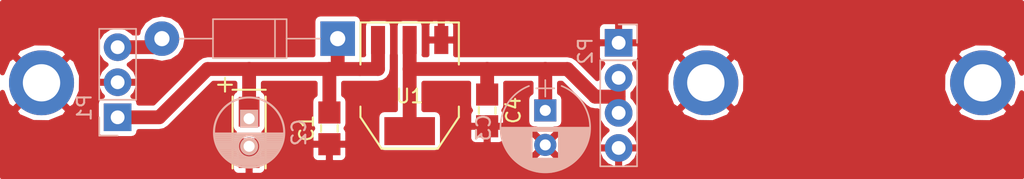
<source format=kicad_pcb>
(kicad_pcb (version 20171130) (host pcbnew no-vcs-found-a240f88~61~ubuntu14.04.1)

  (general
    (thickness 1.6)
    (drawings 0)
    (tracks 34)
    (zones 0)
    (modules 11)
    (nets 5)
  )

  (page A4)
  (layers
    (0 F.Cu signal)
    (31 B.Cu signal hide)
    (32 B.Adhes user hide)
    (33 F.Adhes user hide)
    (34 B.Paste user hide)
    (35 F.Paste user hide)
    (36 B.SilkS user hide)
    (37 F.SilkS user hide)
    (38 B.Mask user)
    (39 F.Mask user)
    (40 Dwgs.User user)
    (41 Cmts.User user)
    (42 Eco1.User user)
    (43 Eco2.User user)
    (44 Edge.Cuts user)
    (45 Margin user)
    (46 B.CrtYd user)
    (47 F.CrtYd user)
    (48 B.Fab user)
    (49 F.Fab user)
  )

  (setup
    (last_trace_width 0.4)
    (trace_clearance 0.2)
    (zone_clearance 0.35)
    (zone_45_only yes)
    (trace_min 0.2)
    (segment_width 0.2)
    (edge_width 0.1)
    (via_size 0.6)
    (via_drill 0.4)
    (via_min_size 0.4)
    (via_min_drill 0.3)
    (uvia_size 0.3)
    (uvia_drill 0.1)
    (uvias_allowed no)
    (uvia_min_size 0.2)
    (uvia_min_drill 0.1)
    (pcb_text_width 0.3)
    (pcb_text_size 1.5 1.5)
    (mod_edge_width 0.15)
    (mod_text_size 1 1)
    (mod_text_width 0.15)
    (pad_size 1.99898 1.99898)
    (pad_drill 1.00076)
    (pad_to_mask_clearance 0)
    (aux_axis_origin 38 44)
    (grid_origin 38 44)
    (visible_elements FFFFFF7F)
    (pcbplotparams
      (layerselection 0x00000_7fffffff)
      (usegerberextensions true)
      (usegerberattributes true)
      (usegerberadvancedattributes true)
      (creategerberjobfile true)
      (excludeedgelayer true)
      (linewidth 0.100000)
      (plotframeref false)
      (viasonmask false)
      (mode 1)
      (useauxorigin false)
      (hpglpennumber 1)
      (hpglpenspeed 20)
      (hpglpendiameter 15)
      (psnegative false)
      (psa4output false)
      (plotreference true)
      (plotvalue false)
      (plotinvisibletext false)
      (padsonsilk false)
      (subtractmaskfromsilk false)
      (outputformat 1)
      (mirror false)
      (drillshape 0)
      (scaleselection 1)
      (outputdirectory gerber/))
  )

  (net 0 "")
  (net 1 GND)
  (net 2 "Net-(C1-Pad1)")
  (net 3 "Net-(C3-Pad1)")
  (net 4 "Net-(D1-Pad2)")

  (net_class Default "This is the default net class."
    (clearance 0.2)
    (trace_width 0.4)
    (via_dia 0.6)
    (via_drill 0.4)
    (uvia_dia 0.3)
    (uvia_drill 0.1)
    (add_net GND)
    (add_net "Net-(C1-Pad1)")
    (add_net "Net-(C3-Pad1)")
    (add_net "Net-(D1-Pad2)")
  )

  (net_class 13.8 ""
    (clearance 0.2)
    (trace_width 1)
    (via_dia 0.6)
    (via_drill 0.4)
    (uvia_dia 0.3)
    (uvia_drill 0.1)
  )

  (module LCSDR:Universal_C_Radial_D5_L11_P2_tantal (layer B.Cu) (tedit 5A27AD2F) (tstamp 5A0EF05C)
    (at 20 -4.4 270)
    (descr "Radial Electrolytic Capacitor 5mm x Length 11mm, Pitch 2mm")
    (tags "Electrolytic Capacitor")
    (path /595E762C)
    (fp_text reference C2 (at 0 -3.6 90) (layer B.SilkS)
      (effects (font (size 1 1) (thickness 0.15)) (justify mirror))
    )
    (fp_text value "10uF 16v" (at 1 -3.8 270) (layer B.Fab) hide
      (effects (font (size 1 1) (thickness 0.15)) (justify mirror))
    )
    (fp_line (start -3.09626 1.19888) (end -3.09626 -1.19888) (layer F.SilkS) (width 0.15))
    (fp_text user + (at -3.46 1.84 270) (layer F.SilkS)
      (effects (font (size 1.3 1.3) (thickness 0.15)))
    )
    (fp_line (start 2.60096 -1.19888) (end -2.60096 -1.19888) (layer F.SilkS) (width 0.15))
    (fp_line (start 2.60096 1.19888) (end -2.60096 1.19888) (layer F.SilkS) (width 0.15))
    (fp_line (start 0.075 2.499) (end 0.075 -2.499) (layer B.SilkS) (width 0.15))
    (fp_line (start 0.215 2.491) (end 0.215 0.154) (layer B.SilkS) (width 0.15))
    (fp_line (start 0.215 -0.154) (end 0.215 -2.491) (layer B.SilkS) (width 0.15))
    (fp_line (start 0.355 2.475) (end 0.355 0.473) (layer B.SilkS) (width 0.15))
    (fp_line (start 0.355 -0.473) (end 0.355 -2.475) (layer B.SilkS) (width 0.15))
    (fp_line (start 0.495 2.451) (end 0.495 0.62) (layer B.SilkS) (width 0.15))
    (fp_line (start 0.495 -0.62) (end 0.495 -2.451) (layer B.SilkS) (width 0.15))
    (fp_line (start 0.635 2.418) (end 0.635 0.712) (layer B.SilkS) (width 0.15))
    (fp_line (start 0.635 -0.712) (end 0.635 -2.418) (layer B.SilkS) (width 0.15))
    (fp_line (start 0.775 2.377) (end 0.775 0.768) (layer B.SilkS) (width 0.15))
    (fp_line (start 0.775 -0.768) (end 0.775 -2.377) (layer B.SilkS) (width 0.15))
    (fp_line (start 0.915 2.327) (end 0.915 0.795) (layer B.SilkS) (width 0.15))
    (fp_line (start 0.915 -0.795) (end 0.915 -2.327) (layer B.SilkS) (width 0.15))
    (fp_line (start 1.055 2.266) (end 1.055 0.798) (layer B.SilkS) (width 0.15))
    (fp_line (start 1.055 -0.798) (end 1.055 -2.266) (layer B.SilkS) (width 0.15))
    (fp_line (start 1.195 2.196) (end 1.195 0.776) (layer B.SilkS) (width 0.15))
    (fp_line (start 1.195 -0.776) (end 1.195 -2.196) (layer B.SilkS) (width 0.15))
    (fp_line (start 1.335 2.114) (end 1.335 0.726) (layer B.SilkS) (width 0.15))
    (fp_line (start 1.335 -0.726) (end 1.335 -2.114) (layer B.SilkS) (width 0.15))
    (fp_line (start 1.475 2.019) (end 1.475 0.644) (layer B.SilkS) (width 0.15))
    (fp_line (start 1.475 -0.644) (end 1.475 -2.019) (layer B.SilkS) (width 0.15))
    (fp_line (start 1.615 1.908) (end 1.615 0.512) (layer B.SilkS) (width 0.15))
    (fp_line (start 1.615 -0.512) (end 1.615 -1.908) (layer B.SilkS) (width 0.15))
    (fp_line (start 1.755 1.78) (end 1.755 0.265) (layer B.SilkS) (width 0.15))
    (fp_line (start 1.755 -0.265) (end 1.755 -1.78) (layer B.SilkS) (width 0.15))
    (fp_line (start 1.895 1.631) (end 1.895 -1.631) (layer B.SilkS) (width 0.15))
    (fp_line (start 2.035 1.452) (end 2.035 -1.452) (layer B.SilkS) (width 0.15))
    (fp_line (start 2.175 1.233) (end 2.175 -1.233) (layer B.SilkS) (width 0.15))
    (fp_line (start 2.315 0.944) (end 2.315 -0.944) (layer B.SilkS) (width 0.15))
    (fp_line (start 2.455 0.472) (end 2.455 -0.472) (layer B.SilkS) (width 0.15))
    (fp_circle (center 1 0) (end 1 0.8) (layer B.SilkS) (width 0.15))
    (fp_circle (center 0 0) (end 0 2.5375) (layer B.SilkS) (width 0.15))
    (fp_circle (center 0 0) (end 0 2.8) (layer B.CrtYd) (width 0.05))
    (pad 1 thru_hole rect (at -1 0 270) (size 1.3 1.3) (drill 0.8) (layers *.Cu *.Mask B.SilkS)
      (net 2 "Net-(C1-Pad1)"))
    (pad 2 thru_hole circle (at 1 0 270) (size 1.3 1.3) (drill 0.8) (layers *.Cu *.Mask B.SilkS)
      (net 1 GND))
    (pad 1 smd rect (at -1.50114 0 270) (size 2.14884 1.50114) (layers F.Cu F.Paste F.Mask)
      (net 2 "Net-(C1-Pad1)"))
    (pad 2 smd rect (at 1.50114 0 270) (size 2.14884 1.50114) (layers F.Cu F.Paste F.Mask)
      (net 1 GND))
    (model Capacitors_ThroughHole.3dshapes/C_Radial_D5_L11_P2.wrl
      (offset (xyz -25.39999921115255 0 0))
      (scale (xyz 1 1 1))
      (rotate (xyz 0 0 0))
    )
  )

  (module Pin_Headers:Pin_Header_Straight_1x03_Pitch2.54mm (layer B.Cu) (tedit 5A2BD2E1) (tstamp 5A2869FD)
    (at 10.5 -5.5)
    (descr "Through hole straight pin header, 1x03, 2.54mm pitch, single row")
    (tags "Through hole pin header THT 1x03 2.54mm single row")
    (path /5A27BAF0)
    (fp_text reference P1 (at -2.4 -0.7 90) (layer B.SilkS)
      (effects (font (size 1 1) (thickness 0.15)) (justify mirror))
    )
    (fp_text value IN (at 0 -7.41) (layer B.Fab)
      (effects (font (size 1 1) (thickness 0.15)) (justify mirror))
    )
    (fp_text user %R (at 0 -2.54 -90) (layer B.Fab)
      (effects (font (size 1 1) (thickness 0.15)) (justify mirror))
    )
    (fp_line (start 1.8 1.8) (end -1.8 1.8) (layer B.CrtYd) (width 0.05))
    (fp_line (start 1.8 -6.85) (end 1.8 1.8) (layer B.CrtYd) (width 0.05))
    (fp_line (start -1.8 -6.85) (end 1.8 -6.85) (layer B.CrtYd) (width 0.05))
    (fp_line (start -1.8 1.8) (end -1.8 -6.85) (layer B.CrtYd) (width 0.05))
    (fp_line (start -1.33 1.33) (end 0 1.33) (layer B.SilkS) (width 0.12))
    (fp_line (start -1.33 0) (end -1.33 1.33) (layer B.SilkS) (width 0.12))
    (fp_line (start -1.33 -1.27) (end 1.33 -1.27) (layer B.SilkS) (width 0.12))
    (fp_line (start 1.33 -1.27) (end 1.33 -6.41) (layer B.SilkS) (width 0.12))
    (fp_line (start -1.33 -1.27) (end -1.33 -6.41) (layer B.SilkS) (width 0.12))
    (fp_line (start -1.33 -6.41) (end 1.33 -6.41) (layer B.SilkS) (width 0.12))
    (fp_line (start -1.27 0.635) (end -0.635 1.27) (layer B.Fab) (width 0.1))
    (fp_line (start -1.27 -6.35) (end -1.27 0.635) (layer B.Fab) (width 0.1))
    (fp_line (start 1.27 -6.35) (end -1.27 -6.35) (layer B.Fab) (width 0.1))
    (fp_line (start 1.27 1.27) (end 1.27 -6.35) (layer B.Fab) (width 0.1))
    (fp_line (start -0.635 1.27) (end 1.27 1.27) (layer B.Fab) (width 0.1))
    (pad 3 thru_hole oval (at 0 -5.08) (size 2 2) (drill 1) (layers *.Cu *.Mask)
      (net 4 "Net-(D1-Pad2)"))
    (pad 2 thru_hole oval (at 0 -2.54) (size 2 2) (drill 1) (layers *.Cu *.Mask)
      (net 1 GND))
    (pad 1 thru_hole rect (at 0 0) (size 2 2) (drill 1) (layers *.Cu *.Mask)
      (net 2 "Net-(C1-Pad1)"))
    (model ${KISYS3DMOD}/Pin_Headers.3dshapes/Pin_Header_Straight_1x03_Pitch2.54mm.wrl
      (at (xyz 0 0 0))
      (scale (xyz 1 1 1))
      (rotate (xyz 0 0 0))
    )
  )

  (module Diodes_ThroughHole:D_DO-41_SOD81_P12.70mm_Horizontal (layer B.Cu) (tedit 5A2BD2B7) (tstamp 5A23A3DD)
    (at 26.4 -11.2 180)
    (descr "D, DO-41_SOD81 series, Axial, Horizontal, pin pitch=12.7mm, , length*diameter=5.2*2.7mm^2, , http://www.diodes.com/_files/packages/DO-41%20(Plastic).pdf")
    (tags "D DO-41_SOD81 series Axial Horizontal pin pitch 12.7mm  length 5.2mm diameter 2.7mm")
    (path /5AAA0010)
    (fp_text reference D1 (at 6.35 2.41 180) (layer B.SilkS) hide
      (effects (font (size 1 1) (thickness 0.15)) (justify mirror))
    )
    (fp_text value D (at 6.35 -2.41 180) (layer B.Fab) hide
      (effects (font (size 1 1) (thickness 0.15)) (justify mirror))
    )
    (fp_line (start 14.05 1.7) (end -1.35 1.7) (layer B.CrtYd) (width 0.05))
    (fp_line (start 14.05 -1.7) (end 14.05 1.7) (layer B.CrtYd) (width 0.05))
    (fp_line (start -1.35 -1.7) (end 14.05 -1.7) (layer B.CrtYd) (width 0.05))
    (fp_line (start -1.35 1.7) (end -1.35 -1.7) (layer B.CrtYd) (width 0.05))
    (fp_line (start 4.53 1.41) (end 4.53 -1.41) (layer B.SilkS) (width 0.12))
    (fp_line (start 11.42 0) (end 9.01 0) (layer B.SilkS) (width 0.12))
    (fp_line (start 1.28 0) (end 3.69 0) (layer B.SilkS) (width 0.12))
    (fp_line (start 9.01 1.41) (end 3.69 1.41) (layer B.SilkS) (width 0.12))
    (fp_line (start 9.01 -1.41) (end 9.01 1.41) (layer B.SilkS) (width 0.12))
    (fp_line (start 3.69 -1.41) (end 9.01 -1.41) (layer B.SilkS) (width 0.12))
    (fp_line (start 3.69 1.41) (end 3.69 -1.41) (layer B.SilkS) (width 0.12))
    (fp_line (start 4.53 1.35) (end 4.53 -1.35) (layer B.Fab) (width 0.1))
    (fp_line (start 12.7 0) (end 8.95 0) (layer B.Fab) (width 0.1))
    (fp_line (start 0 0) (end 3.75 0) (layer B.Fab) (width 0.1))
    (fp_line (start 8.95 1.35) (end 3.75 1.35) (layer B.Fab) (width 0.1))
    (fp_line (start 8.95 -1.35) (end 8.95 1.35) (layer B.Fab) (width 0.1))
    (fp_line (start 3.75 -1.35) (end 8.95 -1.35) (layer B.Fab) (width 0.1))
    (fp_line (start 3.75 1.35) (end 3.75 -1.35) (layer B.Fab) (width 0.1))
    (fp_text user %R (at 6.1 0.1 180) (layer B.Fab) hide
      (effects (font (size 1 1) (thickness 0.15)) (justify mirror))
    )
    (pad 2 thru_hole oval (at 12.7 0 180) (size 2.5 2.5) (drill 1.1) (layers *.Cu *.Mask)
      (net 4 "Net-(D1-Pad2)"))
    (pad 1 thru_hole rect (at 0 0 180) (size 2.5 2.5) (drill 1.1) (layers *.Cu *.Mask)
      (net 2 "Net-(C1-Pad1)"))
    (model ${KISYS3DMOD}/Diodes_THT.3dshapes/D_DO-41_SOD81_P12.70mm_Horizontal.wrl
      (at (xyz 0 0 0))
      (scale (xyz 0.393701 0.393701 0.393701))
      (rotate (xyz 0 0 0))
    )
  )

  (module Pin_Headers:Pin_Header_Straight_1x04_Pitch2.54mm (layer B.Cu) (tedit 5A2BD27F) (tstamp 5A2832D7)
    (at 46.7 -10.9 180)
    (descr "Through hole straight pin header, 1x04, 2.54mm pitch, single row")
    (tags "Through hole pin header THT 1x04 2.54mm single row")
    (path /5A27AE8B)
    (fp_text reference P2 (at 2.4 -0.6 270) (layer B.SilkS)
      (effects (font (size 1 1) (thickness 0.15)) (justify mirror))
    )
    (fp_text value OUT (at 0 -9.95 180) (layer B.Fab) hide
      (effects (font (size 1 1) (thickness 0.15)) (justify mirror))
    )
    (fp_text user %R (at 0 -3.81 90) (layer B.Fab)
      (effects (font (size 1 1) (thickness 0.15)) (justify mirror))
    )
    (fp_line (start 1.8 1.8) (end -1.8 1.8) (layer B.CrtYd) (width 0.05))
    (fp_line (start 1.8 -9.4) (end 1.8 1.8) (layer B.CrtYd) (width 0.05))
    (fp_line (start -1.8 -9.4) (end 1.8 -9.4) (layer B.CrtYd) (width 0.05))
    (fp_line (start -1.8 1.8) (end -1.8 -9.4) (layer B.CrtYd) (width 0.05))
    (fp_line (start -1.33 1.33) (end 0 1.33) (layer B.SilkS) (width 0.12))
    (fp_line (start -1.33 0) (end -1.33 1.33) (layer B.SilkS) (width 0.12))
    (fp_line (start -1.33 -1.27) (end 1.33 -1.27) (layer B.SilkS) (width 0.12))
    (fp_line (start 1.33 -1.27) (end 1.33 -8.95) (layer B.SilkS) (width 0.12))
    (fp_line (start -1.33 -1.27) (end -1.33 -8.95) (layer B.SilkS) (width 0.12))
    (fp_line (start -1.33 -8.95) (end 1.33 -8.95) (layer B.SilkS) (width 0.12))
    (fp_line (start -1.27 0.635) (end -0.635 1.27) (layer B.Fab) (width 0.1))
    (fp_line (start -1.27 -8.89) (end -1.27 0.635) (layer B.Fab) (width 0.1))
    (fp_line (start 1.27 -8.89) (end -1.27 -8.89) (layer B.Fab) (width 0.1))
    (fp_line (start 1.27 1.27) (end 1.27 -8.89) (layer B.Fab) (width 0.1))
    (fp_line (start -0.635 1.27) (end 1.27 1.27) (layer B.Fab) (width 0.1))
    (pad 4 thru_hole oval (at 0 -7.62 180) (size 2 2) (drill 1) (layers *.Cu *.Mask)
      (net 1 GND))
    (pad 3 thru_hole oval (at 0 -5.08 180) (size 2 2) (drill 1) (layers *.Cu *.Mask)
      (net 3 "Net-(C3-Pad1)"))
    (pad 2 thru_hole oval (at 0 -2.54 180) (size 2 2) (drill 1) (layers *.Cu *.Mask)
      (net 3 "Net-(C3-Pad1)"))
    (pad 1 thru_hole rect (at 0 0 180) (size 2 2) (drill 1) (layers *.Cu *.Mask)
      (net 1 GND))
    (model ${KISYS3DMOD}/Pin_Headers.3dshapes/Pin_Header_Straight_1x04_Pitch2.54mm.wrl
      (at (xyz 0 0 0))
      (scale (xyz 1 1 1))
      (rotate (xyz 0 0 0))
    )
  )

  (module LCSDR:C_1206_0603 (layer F.Cu) (tedit 5A0EEEAE) (tstamp 5A0EF02F)
    (at 25.8 -4.7 270)
    (descr "Capacitor SMD 0603, reflow soldering, AVX (see smccp.pdf)")
    (tags "capacitor 0603")
    (path /598F817D)
    (attr smd)
    (fp_text reference C1 (at 0 1.65 270) (layer F.SilkS)
      (effects (font (size 1 1) (thickness 0.15)))
    )
    (fp_text value 100nF (at 0 1.9) (layer F.Fab) hide
      (effects (font (size 1 1) (thickness 0.15)))
    )
    (fp_line (start 0.25 0.6) (end -0.25 0.6) (layer F.SilkS) (width 0.15))
    (fp_line (start -0.25 -0.6) (end 0.25 -0.6) (layer F.SilkS) (width 0.15))
    (pad 1 smd rect (at -1.15 0 270) (size 1.6 1.6) (layers F.Cu F.Paste F.Mask)
      (net 2 "Net-(C1-Pad1)"))
    (pad 2 smd rect (at 1.15 0 270) (size 1.6 1.6) (layers F.Cu F.Paste F.Mask)
      (net 1 GND))
    (model Capacitors_SMD.3dshapes/C_0603.wrl
      (at (xyz 0 0 0))
      (scale (xyz 1 1 1))
      (rotate (xyz 0 0 0))
    )
  )

  (module Capacitors_ThroughHole:CP_Radial_D6.3mm_P2.50mm (layer B.Cu) (tedit 5A27AD54) (tstamp 5A0EF0F1)
    (at 41.4 -6 270)
    (descr "CP, Radial series, Radial, pin pitch=2.50mm, , diameter=6.3mm, Electrolytic Capacitor")
    (tags "CP Radial series Radial pin pitch 2.50mm  diameter 6.3mm Electrolytic Capacitor")
    (path /598F04F8)
    (fp_text reference C3 (at 1.25 4.46 270) (layer B.SilkS)
      (effects (font (size 1 1) (thickness 0.15)) (justify mirror))
    )
    (fp_text value 100uF (at 1.25 -4.46 270) (layer B.Fab) hide
      (effects (font (size 1 1) (thickness 0.15)) (justify mirror))
    )
    (fp_text user %R (at -3.1 0.1) (layer B.Fab) hide
      (effects (font (size 1 1) (thickness 0.15)) (justify mirror))
    )
    (fp_line (start 4.75 3.5) (end -2.25 3.5) (layer B.CrtYd) (width 0.05))
    (fp_line (start 4.75 -3.5) (end 4.75 3.5) (layer B.CrtYd) (width 0.05))
    (fp_line (start -2.25 -3.5) (end 4.75 -3.5) (layer B.CrtYd) (width 0.05))
    (fp_line (start -2.25 3.5) (end -2.25 -3.5) (layer B.CrtYd) (width 0.05))
    (fp_line (start -1.6 0.65) (end -1.6 -0.65) (layer B.SilkS) (width 0.12))
    (fp_line (start -2.2 0) (end -1 0) (layer B.SilkS) (width 0.12))
    (fp_line (start 4.451 0.468) (end 4.451 -0.468) (layer B.SilkS) (width 0.12))
    (fp_line (start 4.411 0.676) (end 4.411 -0.676) (layer B.SilkS) (width 0.12))
    (fp_line (start 4.371 0.834) (end 4.371 -0.834) (layer B.SilkS) (width 0.12))
    (fp_line (start 4.331 0.966) (end 4.331 -0.966) (layer B.SilkS) (width 0.12))
    (fp_line (start 4.291 1.081) (end 4.291 -1.081) (layer B.SilkS) (width 0.12))
    (fp_line (start 4.251 1.184) (end 4.251 -1.184) (layer B.SilkS) (width 0.12))
    (fp_line (start 4.211 1.278) (end 4.211 -1.278) (layer B.SilkS) (width 0.12))
    (fp_line (start 4.171 1.364) (end 4.171 -1.364) (layer B.SilkS) (width 0.12))
    (fp_line (start 4.131 1.445) (end 4.131 -1.445) (layer B.SilkS) (width 0.12))
    (fp_line (start 4.091 1.52) (end 4.091 -1.52) (layer B.SilkS) (width 0.12))
    (fp_line (start 4.051 1.591) (end 4.051 -1.591) (layer B.SilkS) (width 0.12))
    (fp_line (start 4.011 1.658) (end 4.011 -1.658) (layer B.SilkS) (width 0.12))
    (fp_line (start 3.971 1.721) (end 3.971 -1.721) (layer B.SilkS) (width 0.12))
    (fp_line (start 3.931 1.781) (end 3.931 -1.781) (layer B.SilkS) (width 0.12))
    (fp_line (start 3.891 1.839) (end 3.891 -1.839) (layer B.SilkS) (width 0.12))
    (fp_line (start 3.851 1.894) (end 3.851 -1.894) (layer B.SilkS) (width 0.12))
    (fp_line (start 3.811 1.946) (end 3.811 -1.946) (layer B.SilkS) (width 0.12))
    (fp_line (start 3.771 1.997) (end 3.771 -1.997) (layer B.SilkS) (width 0.12))
    (fp_line (start 3.731 2.045) (end 3.731 -2.045) (layer B.SilkS) (width 0.12))
    (fp_line (start 3.691 2.092) (end 3.691 -2.092) (layer B.SilkS) (width 0.12))
    (fp_line (start 3.651 2.137) (end 3.651 -2.137) (layer B.SilkS) (width 0.12))
    (fp_line (start 3.611 2.18) (end 3.611 -2.18) (layer B.SilkS) (width 0.12))
    (fp_line (start 3.571 2.222) (end 3.571 -2.222) (layer B.SilkS) (width 0.12))
    (fp_line (start 3.531 2.262) (end 3.531 -2.262) (layer B.SilkS) (width 0.12))
    (fp_line (start 3.491 2.301) (end 3.491 -2.301) (layer B.SilkS) (width 0.12))
    (fp_line (start 3.451 -0.98) (end 3.451 -2.339) (layer B.SilkS) (width 0.12))
    (fp_line (start 3.451 2.339) (end 3.451 0.98) (layer B.SilkS) (width 0.12))
    (fp_line (start 3.411 -0.98) (end 3.411 -2.375) (layer B.SilkS) (width 0.12))
    (fp_line (start 3.411 2.375) (end 3.411 0.98) (layer B.SilkS) (width 0.12))
    (fp_line (start 3.371 -0.98) (end 3.371 -2.411) (layer B.SilkS) (width 0.12))
    (fp_line (start 3.371 2.411) (end 3.371 0.98) (layer B.SilkS) (width 0.12))
    (fp_line (start 3.331 -0.98) (end 3.331 -2.445) (layer B.SilkS) (width 0.12))
    (fp_line (start 3.331 2.445) (end 3.331 0.98) (layer B.SilkS) (width 0.12))
    (fp_line (start 3.291 -0.98) (end 3.291 -2.478) (layer B.SilkS) (width 0.12))
    (fp_line (start 3.291 2.478) (end 3.291 0.98) (layer B.SilkS) (width 0.12))
    (fp_line (start 3.251 -0.98) (end 3.251 -2.51) (layer B.SilkS) (width 0.12))
    (fp_line (start 3.251 2.51) (end 3.251 0.98) (layer B.SilkS) (width 0.12))
    (fp_line (start 3.211 -0.98) (end 3.211 -2.54) (layer B.SilkS) (width 0.12))
    (fp_line (start 3.211 2.54) (end 3.211 0.98) (layer B.SilkS) (width 0.12))
    (fp_line (start 3.171 -0.98) (end 3.171 -2.57) (layer B.SilkS) (width 0.12))
    (fp_line (start 3.171 2.57) (end 3.171 0.98) (layer B.SilkS) (width 0.12))
    (fp_line (start 3.131 -0.98) (end 3.131 -2.599) (layer B.SilkS) (width 0.12))
    (fp_line (start 3.131 2.599) (end 3.131 0.98) (layer B.SilkS) (width 0.12))
    (fp_line (start 3.091 -0.98) (end 3.091 -2.627) (layer B.SilkS) (width 0.12))
    (fp_line (start 3.091 2.627) (end 3.091 0.98) (layer B.SilkS) (width 0.12))
    (fp_line (start 3.051 -0.98) (end 3.051 -2.654) (layer B.SilkS) (width 0.12))
    (fp_line (start 3.051 2.654) (end 3.051 0.98) (layer B.SilkS) (width 0.12))
    (fp_line (start 3.011 -0.98) (end 3.011 -2.681) (layer B.SilkS) (width 0.12))
    (fp_line (start 3.011 2.681) (end 3.011 0.98) (layer B.SilkS) (width 0.12))
    (fp_line (start 2.971 -0.98) (end 2.971 -2.706) (layer B.SilkS) (width 0.12))
    (fp_line (start 2.971 2.706) (end 2.971 0.98) (layer B.SilkS) (width 0.12))
    (fp_line (start 2.931 -0.98) (end 2.931 -2.731) (layer B.SilkS) (width 0.12))
    (fp_line (start 2.931 2.731) (end 2.931 0.98) (layer B.SilkS) (width 0.12))
    (fp_line (start 2.891 -0.98) (end 2.891 -2.755) (layer B.SilkS) (width 0.12))
    (fp_line (start 2.891 2.755) (end 2.891 0.98) (layer B.SilkS) (width 0.12))
    (fp_line (start 2.851 -0.98) (end 2.851 -2.778) (layer B.SilkS) (width 0.12))
    (fp_line (start 2.851 2.778) (end 2.851 0.98) (layer B.SilkS) (width 0.12))
    (fp_line (start 2.811 -0.98) (end 2.811 -2.8) (layer B.SilkS) (width 0.12))
    (fp_line (start 2.811 2.8) (end 2.811 0.98) (layer B.SilkS) (width 0.12))
    (fp_line (start 2.771 -0.98) (end 2.771 -2.822) (layer B.SilkS) (width 0.12))
    (fp_line (start 2.771 2.822) (end 2.771 0.98) (layer B.SilkS) (width 0.12))
    (fp_line (start 2.731 -0.98) (end 2.731 -2.843) (layer B.SilkS) (width 0.12))
    (fp_line (start 2.731 2.843) (end 2.731 0.98) (layer B.SilkS) (width 0.12))
    (fp_line (start 2.691 -0.98) (end 2.691 -2.863) (layer B.SilkS) (width 0.12))
    (fp_line (start 2.691 2.863) (end 2.691 0.98) (layer B.SilkS) (width 0.12))
    (fp_line (start 2.651 -0.98) (end 2.651 -2.882) (layer B.SilkS) (width 0.12))
    (fp_line (start 2.651 2.882) (end 2.651 0.98) (layer B.SilkS) (width 0.12))
    (fp_line (start 2.611 -0.98) (end 2.611 -2.901) (layer B.SilkS) (width 0.12))
    (fp_line (start 2.611 2.901) (end 2.611 0.98) (layer B.SilkS) (width 0.12))
    (fp_line (start 2.571 -0.98) (end 2.571 -2.919) (layer B.SilkS) (width 0.12))
    (fp_line (start 2.571 2.919) (end 2.571 0.98) (layer B.SilkS) (width 0.12))
    (fp_line (start 2.531 -0.98) (end 2.531 -2.937) (layer B.SilkS) (width 0.12))
    (fp_line (start 2.531 2.937) (end 2.531 0.98) (layer B.SilkS) (width 0.12))
    (fp_line (start 2.491 -0.98) (end 2.491 -2.954) (layer B.SilkS) (width 0.12))
    (fp_line (start 2.491 2.954) (end 2.491 0.98) (layer B.SilkS) (width 0.12))
    (fp_line (start 2.451 -0.98) (end 2.451 -2.97) (layer B.SilkS) (width 0.12))
    (fp_line (start 2.451 2.97) (end 2.451 0.98) (layer B.SilkS) (width 0.12))
    (fp_line (start 2.411 -0.98) (end 2.411 -2.986) (layer B.SilkS) (width 0.12))
    (fp_line (start 2.411 2.986) (end 2.411 0.98) (layer B.SilkS) (width 0.12))
    (fp_line (start 2.371 -0.98) (end 2.371 -3.001) (layer B.SilkS) (width 0.12))
    (fp_line (start 2.371 3.001) (end 2.371 0.98) (layer B.SilkS) (width 0.12))
    (fp_line (start 2.331 -0.98) (end 2.331 -3.015) (layer B.SilkS) (width 0.12))
    (fp_line (start 2.331 3.015) (end 2.331 0.98) (layer B.SilkS) (width 0.12))
    (fp_line (start 2.291 -0.98) (end 2.291 -3.029) (layer B.SilkS) (width 0.12))
    (fp_line (start 2.291 3.029) (end 2.291 0.98) (layer B.SilkS) (width 0.12))
    (fp_line (start 2.251 -0.98) (end 2.251 -3.042) (layer B.SilkS) (width 0.12))
    (fp_line (start 2.251 3.042) (end 2.251 0.98) (layer B.SilkS) (width 0.12))
    (fp_line (start 2.211 -0.98) (end 2.211 -3.055) (layer B.SilkS) (width 0.12))
    (fp_line (start 2.211 3.055) (end 2.211 0.98) (layer B.SilkS) (width 0.12))
    (fp_line (start 2.171 -0.98) (end 2.171 -3.067) (layer B.SilkS) (width 0.12))
    (fp_line (start 2.171 3.067) (end 2.171 0.98) (layer B.SilkS) (width 0.12))
    (fp_line (start 2.131 -0.98) (end 2.131 -3.079) (layer B.SilkS) (width 0.12))
    (fp_line (start 2.131 3.079) (end 2.131 0.98) (layer B.SilkS) (width 0.12))
    (fp_line (start 2.091 -0.98) (end 2.091 -3.09) (layer B.SilkS) (width 0.12))
    (fp_line (start 2.091 3.09) (end 2.091 0.98) (layer B.SilkS) (width 0.12))
    (fp_line (start 2.051 -0.98) (end 2.051 -3.1) (layer B.SilkS) (width 0.12))
    (fp_line (start 2.051 3.1) (end 2.051 0.98) (layer B.SilkS) (width 0.12))
    (fp_line (start 2.011 -0.98) (end 2.011 -3.11) (layer B.SilkS) (width 0.12))
    (fp_line (start 2.011 3.11) (end 2.011 0.98) (layer B.SilkS) (width 0.12))
    (fp_line (start 1.971 -0.98) (end 1.971 -3.119) (layer B.SilkS) (width 0.12))
    (fp_line (start 1.971 3.119) (end 1.971 0.98) (layer B.SilkS) (width 0.12))
    (fp_line (start 1.93 -0.98) (end 1.93 -3.128) (layer B.SilkS) (width 0.12))
    (fp_line (start 1.93 3.128) (end 1.93 0.98) (layer B.SilkS) (width 0.12))
    (fp_line (start 1.89 -0.98) (end 1.89 -3.137) (layer B.SilkS) (width 0.12))
    (fp_line (start 1.89 3.137) (end 1.89 0.98) (layer B.SilkS) (width 0.12))
    (fp_line (start 1.85 -0.98) (end 1.85 -3.144) (layer B.SilkS) (width 0.12))
    (fp_line (start 1.85 3.144) (end 1.85 0.98) (layer B.SilkS) (width 0.12))
    (fp_line (start 1.81 -0.98) (end 1.81 -3.152) (layer B.SilkS) (width 0.12))
    (fp_line (start 1.81 3.152) (end 1.81 0.98) (layer B.SilkS) (width 0.12))
    (fp_line (start 1.77 -0.98) (end 1.77 -3.158) (layer B.SilkS) (width 0.12))
    (fp_line (start 1.77 3.158) (end 1.77 0.98) (layer B.SilkS) (width 0.12))
    (fp_line (start 1.73 -0.98) (end 1.73 -3.165) (layer B.SilkS) (width 0.12))
    (fp_line (start 1.73 3.165) (end 1.73 0.98) (layer B.SilkS) (width 0.12))
    (fp_line (start 1.69 -0.98) (end 1.69 -3.17) (layer B.SilkS) (width 0.12))
    (fp_line (start 1.69 3.17) (end 1.69 0.98) (layer B.SilkS) (width 0.12))
    (fp_line (start 1.65 -0.98) (end 1.65 -3.176) (layer B.SilkS) (width 0.12))
    (fp_line (start 1.65 3.176) (end 1.65 0.98) (layer B.SilkS) (width 0.12))
    (fp_line (start 1.61 -0.98) (end 1.61 -3.18) (layer B.SilkS) (width 0.12))
    (fp_line (start 1.61 3.18) (end 1.61 0.98) (layer B.SilkS) (width 0.12))
    (fp_line (start 1.57 -0.98) (end 1.57 -3.185) (layer B.SilkS) (width 0.12))
    (fp_line (start 1.57 3.185) (end 1.57 0.98) (layer B.SilkS) (width 0.12))
    (fp_line (start 1.53 -0.98) (end 1.53 -3.188) (layer B.SilkS) (width 0.12))
    (fp_line (start 1.53 3.188) (end 1.53 0.98) (layer B.SilkS) (width 0.12))
    (fp_line (start 1.49 3.192) (end 1.49 -3.192) (layer B.SilkS) (width 0.12))
    (fp_line (start 1.45 3.194) (end 1.45 -3.194) (layer B.SilkS) (width 0.12))
    (fp_line (start 1.41 3.197) (end 1.41 -3.197) (layer B.SilkS) (width 0.12))
    (fp_line (start 1.37 3.198) (end 1.37 -3.198) (layer B.SilkS) (width 0.12))
    (fp_line (start 1.33 3.2) (end 1.33 -3.2) (layer B.SilkS) (width 0.12))
    (fp_line (start 1.29 3.2) (end 1.29 -3.2) (layer B.SilkS) (width 0.12))
    (fp_line (start 1.25 3.2) (end 1.25 -3.2) (layer B.SilkS) (width 0.12))
    (fp_line (start -1.6 0.65) (end -1.6 -0.65) (layer B.Fab) (width 0.1))
    (fp_line (start -2.2 0) (end -1 0) (layer B.Fab) (width 0.1))
    (fp_circle (center 1.25 0) (end 4.4 0) (layer B.Fab) (width 0.1))
    (fp_arc (start 1.25 0) (end 4.267482 1.18) (angle -42.7) (layer B.SilkS) (width 0.12))
    (fp_arc (start 1.25 0) (end -1.767482 -1.18) (angle 137.3) (layer B.SilkS) (width 0.12))
    (fp_arc (start 1.25 0) (end -1.767482 1.18) (angle -137.3) (layer B.SilkS) (width 0.12))
    (pad 2 thru_hole circle (at 2.5 0 270) (size 1.6 1.6) (drill 0.8) (layers *.Cu *.Mask)
      (net 1 GND))
    (pad 1 thru_hole rect (at 0 0 270) (size 1.6 1.6) (drill 0.8) (layers *.Cu *.Mask)
      (net 3 "Net-(C3-Pad1)"))
    (model ${KISYS3DMOD}/Capacitors_THT.3dshapes/CP_Radial_D6.3mm_P2.50mm.wrl
      (at (xyz 0 0 0))
      (scale (xyz 1 1 1))
      (rotate (xyz 0 0 0))
    )
  )

  (module LCSDR:C_1206_0603 (layer F.Cu) (tedit 5A0EF04F) (tstamp 5A0EF0F9)
    (at 37.2 -6 270)
    (descr "Capacitor SMD 0603, reflow soldering, AVX (see smccp.pdf)")
    (tags "capacitor 0603")
    (path /595456A8)
    (attr smd)
    (fp_text reference C4 (at 0 -1.9 270) (layer F.SilkS)
      (effects (font (size 1 1) (thickness 0.15)))
    )
    (fp_text value 100nF (at 0 1.9 270) (layer F.Fab) hide
      (effects (font (size 1 1) (thickness 0.15)))
    )
    (fp_line (start -0.25 -0.6) (end 0.25 -0.6) (layer F.SilkS) (width 0.15))
    (fp_line (start 0.25 0.6) (end -0.25 0.6) (layer F.SilkS) (width 0.15))
    (pad 2 smd rect (at 1.15 0 270) (size 1.6 1.6) (layers F.Cu F.Paste F.Mask)
      (net 1 GND))
    (pad 1 smd rect (at -1.15 0 270) (size 1.6 1.6) (layers F.Cu F.Paste F.Mask)
      (net 3 "Net-(C3-Pad1)"))
    (model Capacitors_SMD.3dshapes/C_0603.wrl
      (at (xyz 0 0 0))
      (scale (xyz 1 1 1))
      (rotate (xyz 0 0 0))
    )
  )

  (module LCSDR:SOT-223 (layer F.Cu) (tedit 5A0EEE46) (tstamp 5A0EF135)
    (at 31.6 -7.8 180)
    (descr "module CMS SOT223 4 pins")
    (tags "CMS SOT")
    (path /59909767)
    (attr smd)
    (fp_text reference U1 (at 0 -0.762 180) (layer F.SilkS)
      (effects (font (size 1 1) (thickness 0.15)))
    )
    (fp_text value AMS1117S33TR (at 0 0.762 180) (layer F.Fab) hide
      (effects (font (size 1 1) (thickness 0.15)))
    )
    (fp_line (start -3.556 1.524) (end -3.556 4.572) (layer F.SilkS) (width 0.15))
    (fp_line (start -3.556 4.572) (end 3.556 4.572) (layer F.SilkS) (width 0.15))
    (fp_line (start 3.556 4.572) (end 3.556 1.524) (layer F.SilkS) (width 0.15))
    (fp_line (start -3.556 -1.524) (end -3.556 -2.286) (layer F.SilkS) (width 0.15))
    (fp_line (start -3.556 -2.286) (end -2.032 -4.572) (layer F.SilkS) (width 0.15))
    (fp_line (start -2.032 -4.572) (end 2.032 -4.572) (layer F.SilkS) (width 0.15))
    (fp_line (start 2.032 -4.572) (end 3.556 -2.286) (layer F.SilkS) (width 0.15))
    (fp_line (start 3.556 -2.286) (end 3.556 -1.524) (layer F.SilkS) (width 0.15))
    (pad 4 smd rect (at 0 -3.302 180) (size 3.6576 2.032) (layers F.Cu F.Paste F.Mask)
      (net 3 "Net-(C3-Pad1)"))
    (pad 2 smd rect (at 0 3.302 180) (size 1.016 2.032) (layers F.Cu F.Paste F.Mask)
      (net 3 "Net-(C3-Pad1)"))
    (pad 3 smd rect (at 2.286 3.302 180) (size 1.016 2.032) (layers F.Cu F.Paste F.Mask)
      (net 2 "Net-(C1-Pad1)"))
    (pad 1 smd rect (at -2.286 3.302 180) (size 1.016 2.032) (layers F.Cu F.Paste F.Mask)
      (net 1 GND))
    (model TO_SOT_Packages_SMD.3dshapes/SOT-223.wrl
      (at (xyz 0 0 0))
      (scale (xyz 0.4 0.4 0.4))
      (rotate (xyz 0 0 0))
    )
  )

  (module Mounting_Holes:MountingHole_2.7mm_M2.5_DIN965_Pad (layer F.Cu) (tedit 5A27ACCC) (tstamp 5A239620)
    (at 5 -8)
    (descr "Mounting Hole 2.7mm, M2.5, DIN965")
    (tags "mounting hole 2.7mm m2.5 din965")
    (path /5AA9F728)
    (attr virtual)
    (fp_text reference P5 (at 0 -3.35) (layer F.SilkS) hide
      (effects (font (size 1 1) (thickness 0.15)))
    )
    (fp_text value CONN_01X01 (at 0 3.35) (layer F.Fab) hide
      (effects (font (size 1 1) (thickness 0.15)))
    )
    (fp_text user %R (at 0.3 0) (layer F.Fab) hide
      (effects (font (size 1 1) (thickness 0.15)))
    )
    (fp_circle (center 0 0) (end 2.35 0) (layer Cmts.User) (width 0.15))
    (fp_circle (center 0 0) (end 2.6 0) (layer F.CrtYd) (width 0.05))
    (pad 1 thru_hole circle (at 0 0) (size 4.7 4.7) (drill 2.7) (layers *.Cu *.Mask)
      (net 1 GND))
  )

  (module Mounting_Holes:MountingHole_2.7mm_M2.5_DIN965_Pad (layer F.Cu) (tedit 5A239524) (tstamp 5A239628)
    (at 53 -8)
    (descr "Mounting Hole 2.7mm, M2.5, DIN965")
    (tags "mounting hole 2.7mm m2.5 din965")
    (path /5AA9F4A9)
    (attr virtual)
    (fp_text reference P6 (at 0 -3.35) (layer F.SilkS) hide
      (effects (font (size 1 1) (thickness 0.15)))
    )
    (fp_text value CONN_01X01 (at 0 3.35) (layer F.Fab) hide
      (effects (font (size 1 1) (thickness 0.15)))
    )
    (fp_circle (center 0 0) (end 2.6 0) (layer F.CrtYd) (width 0.05))
    (fp_circle (center 0 0) (end 2.35 0) (layer Cmts.User) (width 0.15))
    (fp_text user %R (at 0.3 0 90) (layer F.Fab) hide
      (effects (font (size 1 1) (thickness 0.15)))
    )
    (pad 1 thru_hole circle (at 0 0) (size 4.7 4.7) (drill 2.7) (layers *.Cu *.Mask)
      (net 1 GND))
  )

  (module Mounting_Holes:MountingHole_2.7mm_M2.5_DIN965_Pad (layer F.Cu) (tedit 5A27A840) (tstamp 5A27A7D1)
    (at 73 -8)
    (descr "Mounting Hole 2.7mm, M2.5, DIN965")
    (tags "mounting hole 2.7mm m2.5 din965")
    (path /5A27AB24)
    (attr virtual)
    (fp_text reference P7 (at 0 -3.35) (layer F.SilkS) hide
      (effects (font (size 1 1) (thickness 0.15)))
    )
    (fp_text value CONN_01X01 (at 0 3.35) (layer F.Fab) hide
      (effects (font (size 1 1) (thickness 0.15)))
    )
    (fp_circle (center 0 0) (end 2.6 0) (layer F.CrtYd) (width 0.05))
    (fp_circle (center 0 0) (end 2.35 0) (layer Cmts.User) (width 0.15))
    (fp_text user %R (at 0.3 0) (layer F.Fab) hide
      (effects (font (size 1 1) (thickness 0.15)))
    )
    (pad 1 thru_hole circle (at 0 0) (size 4.7 4.7) (drill 2.7) (layers *.Cu *.Mask)
      (net 1 GND))
  )

  (segment (start 20 -3.4) (end 22.4 -3.4) (width 0.4) (layer F.Cu) (net 1) (status 400000))
  (segment (start 22.55 -3.55) (end 25.8 -3.55) (width 0.4) (layer F.Cu) (net 1) (tstamp 5A2BD90F) (status 800000))
  (segment (start 22.4 -3.4) (end 22.55 -3.55) (width 0.4) (layer F.Cu) (net 1) (tstamp 5A2BD90B))
  (segment (start 20 -3.4) (end 8.6 -3.4) (width 0.4) (layer F.Cu) (net 1) (status 400000))
  (segment (start 9.04 -8.04) (end 10.5 -8.04) (width 0.4) (layer F.Cu) (net 1) (tstamp 5A28CA28) (status 800000))
  (segment (start 8 -7) (end 9.04 -8.04) (width 0.4) (layer F.Cu) (net 1) (tstamp 5A28CA27))
  (segment (start 8 -4) (end 8 -7) (width 0.4) (layer F.Cu) (net 1) (tstamp 5A28CA26))
  (segment (start 8.6 -3.4) (end 8 -4) (width 0.4) (layer F.Cu) (net 1) (tstamp 5A28CA25))
  (segment (start 20.15 -3.55) (end 20 -3.4) (width 0.4) (layer F.Cu) (net 1) (tstamp 5A28CA22) (status C00000))
  (segment (start 10.5 -5.5) (end 13.5 -5.5) (width 1) (layer F.Cu) (net 2) (status 400000))
  (segment (start 17 -9) (end 20 -9) (width 1) (layer F.Cu) (net 2) (tstamp 5A28C9FE))
  (segment (start 13.5 -5.5) (end 17 -9) (width 1) (layer F.Cu) (net 2) (tstamp 5A28C9FD))
  (segment (start 26.4 -11.2) (end 26.4 -9) (width 1) (layer F.Cu) (net 2) (status 400000))
  (segment (start 28 -9) (end 29.314 -9) (width 1) (layer F.Cu) (net 2))
  (segment (start 20 -5.4) (end 20 -9) (width 1) (layer F.Cu) (net 2) (status 400000))
  (segment (start 25.8 -5.85) (end 25.8 -9) (width 1) (layer F.Cu) (net 2) (status 400000))
  (segment (start 29.314 -11.102) (end 29.314 -9) (width 1) (layer F.Cu) (net 2) (status 400000))
  (segment (start 28 -9) (end 26.4 -9) (width 1) (layer F.Cu) (net 2) (tstamp 5A28C3B4))
  (segment (start 26.4 -9) (end 25.8 -9) (width 1) (layer F.Cu) (net 2) (tstamp 5A28C3BC))
  (segment (start 25.8 -9) (end 20 -9) (width 1) (layer F.Cu) (net 2) (tstamp 5A28C3AE))
  (segment (start 37.2 -7.15) (end 37.2 -9) (width 1) (layer F.Cu) (net 3) (status 400000))
  (segment (start 41.4 -6) (end 41.4 -9) (width 1) (layer F.Cu) (net 3) (status 400000))
  (segment (start 45 -7) (end 46.7 -7) (width 1) (layer F.Cu) (net 3))
  (segment (start 46.7 -8.36) (end 46.7 -7) (width 1) (layer F.Cu) (net 3) (status 400000))
  (segment (start 46.7 -7) (end 46.7 -5.82) (width 1) (layer F.Cu) (net 3) (tstamp 5A28C396) (status 800000))
  (segment (start 31.6 -9) (end 37.2 -9) (width 1) (layer F.Cu) (net 3))
  (segment (start 37.2 -9) (end 41.4 -9) (width 1) (layer F.Cu) (net 3) (tstamp 5A28C39E))
  (segment (start 41.4 -9) (end 43 -9) (width 1) (layer F.Cu) (net 3) (tstamp 5A28C39A))
  (segment (start 45 -7) (end 46 -7) (width 1) (layer F.Cu) (net 3) (tstamp 5A28C38F))
  (segment (start 43 -9) (end 45 -7) (width 1) (layer F.Cu) (net 3) (tstamp 5A28C38E))
  (segment (start 31.6 -11.102) (end 31.6 -9) (width 1) (layer F.Cu) (net 3) (status 400000))
  (segment (start 31.6 -9) (end 31.6 -4.498) (width 1) (layer F.Cu) (net 3) (tstamp 5A28C38C) (status 800000))
  (segment (start 10.5 -10.58) (end 13.08 -10.58) (width 1) (layer F.Cu) (net 4) (status C00000))
  (segment (start 13.08 -10.58) (end 13.7 -11.2) (width 1) (layer F.Cu) (net 4) (tstamp 5A28C9F9) (status C00000))

  (zone (net 1) (net_name GND) (layer F.Cu) (tstamp 5A2BD419) (hatch edge 0.508)
    (connect_pads (clearance 0.35))
    (min_thickness 0.354)
    (fill yes (arc_segments 16) (thermal_gap 0.35) (thermal_bridge_width 0.508))
    (polygon
      (pts
        (xy 76 -14) (xy 76 -1) (xy 2 -1) (xy 2 -14)
      )
    )
    (filled_polygon
      (pts
        (xy 75.823 -8.68815) (xy 75.460009 -9.597803) (xy 75.417583 -9.661299) (xy 75.034739 -9.925845) (xy 73.108894 -8)
        (xy 75.034739 -6.074155) (xy 75.417583 -6.338701) (xy 75.823 -7.282526) (xy 75.823 -1.177) (xy 2.177 -1.177)
        (xy 2.177 -5.965261) (xy 3.074155 -5.965261) (xy 3.338701 -5.582417) (xy 4.390328 -5.130694) (xy 5.534773 -5.115796)
        (xy 6.597803 -5.539991) (xy 6.661299 -5.582417) (xy 6.925845 -5.965261) (xy 5 -7.891106) (xy 3.074155 -5.965261)
        (xy 2.177 -5.965261) (xy 2.177 -7.31185) (xy 2.539991 -6.402197) (xy 2.582417 -6.338701) (xy 2.965261 -6.074155)
        (xy 4.891106 -8) (xy 5.108894 -8) (xy 7.034739 -6.074155) (xy 7.417583 -6.338701) (xy 7.486868 -6.5)
        (xy 8.962676 -6.5) (xy 8.962676 -4.5) (xy 9.003577 -4.294375) (xy 9.120055 -4.120055) (xy 9.294375 -4.003577)
        (xy 9.5 -3.962676) (xy 11.5 -3.962676) (xy 11.705625 -4.003577) (xy 11.879945 -4.120055) (xy 11.996423 -4.294375)
        (xy 12.031953 -4.473) (xy 13.5 -4.473) (xy 13.893016 -4.551176) (xy 14.226199 -4.773801) (xy 17.425397 -7.973)
        (xy 18.973 -7.973) (xy 18.973 -7.424672) (xy 18.869485 -7.355505) (xy 18.753007 -7.181185) (xy 18.712106 -6.97556)
        (xy 18.712106 -4.82672) (xy 18.753007 -4.621095) (xy 18.869485 -4.446775) (xy 18.934316 -4.403456) (xy 18.802661 -4.271802)
        (xy 18.72243 -4.078107) (xy 18.72243 -3.10761) (xy 18.85418 -2.97586) (xy 18.895786 -2.97586) (xy 18.959575 -2.82186)
        (xy 18.85418 -2.82186) (xy 18.72243 -2.69011) (xy 18.72243 -1.719613) (xy 18.802661 -1.525918) (xy 18.950909 -1.377671)
        (xy 19.144603 -1.29744) (xy 19.79125 -1.29744) (xy 19.923 -1.42919) (xy 19.923 -2.220714) (xy 20.077 -2.224555)
        (xy 20.077 -1.42919) (xy 20.20875 -1.29744) (xy 20.855397 -1.29744) (xy 21.049091 -1.377671) (xy 21.197339 -1.525918)
        (xy 21.27757 -1.719613) (xy 21.27757 -2.69011) (xy 21.14582 -2.82186) (xy 21.038589 -2.82186) (xy 21.097923 -2.97586)
        (xy 21.14582 -2.97586) (xy 21.27757 -3.10761) (xy 21.27757 -3.34125) (xy 24.473 -3.34125) (xy 24.473 -2.645173)
        (xy 24.553231 -2.451478) (xy 24.701479 -2.303231) (xy 24.895173 -2.223) (xy 25.59125 -2.223) (xy 25.723 -2.35475)
        (xy 25.723 -3.473) (xy 25.877 -3.473) (xy 25.877 -2.35475) (xy 26.00875 -2.223) (xy 26.704827 -2.223)
        (xy 26.898521 -2.303231) (xy 27.046769 -2.451478) (xy 27.101544 -2.583719) (xy 40.592613 -2.583719) (xy 40.668311 -2.361917)
        (xy 41.159533 -2.168543) (xy 41.687364 -2.177872) (xy 42.131689 -2.361917) (xy 42.207387 -2.583719) (xy 41.4 -3.391106)
        (xy 40.592613 -2.583719) (xy 27.101544 -2.583719) (xy 27.127 -2.645173) (xy 27.127 -3.34125) (xy 26.99525 -3.473)
        (xy 25.877 -3.473) (xy 25.723 -3.473) (xy 24.60475 -3.473) (xy 24.473 -3.34125) (xy 21.27757 -3.34125)
        (xy 21.27757 -4.078107) (xy 21.197339 -4.271802) (xy 21.065684 -4.403456) (xy 21.130515 -4.446775) (xy 21.246993 -4.621095)
        (xy 21.287894 -4.82672) (xy 21.287894 -6.97556) (xy 21.246993 -7.181185) (xy 21.130515 -7.355505) (xy 21.027 -7.424672)
        (xy 21.027 -7.973) (xy 24.773 -7.973) (xy 24.773 -7.132141) (xy 24.620055 -7.029945) (xy 24.503577 -6.855625)
        (xy 24.462676 -6.65) (xy 24.462676 -5.05) (xy 24.503577 -4.844375) (xy 24.601914 -4.697205) (xy 24.553231 -4.648522)
        (xy 24.473 -4.454827) (xy 24.473 -3.75875) (xy 24.60475 -3.627) (xy 25.723 -3.627) (xy 25.723 -3.647)
        (xy 25.877 -3.647) (xy 25.877 -3.627) (xy 26.99525 -3.627) (xy 27.127 -3.75875) (xy 27.127 -4.454827)
        (xy 27.046769 -4.648522) (xy 26.998086 -4.697205) (xy 27.096423 -4.844375) (xy 27.137324 -5.05) (xy 27.137324 -5.514)
        (xy 29.233876 -5.514) (xy 29.233876 -3.482) (xy 29.274777 -3.276375) (xy 29.391255 -3.102055) (xy 29.565575 -2.985577)
        (xy 29.7712 -2.944676) (xy 33.4288 -2.944676) (xy 33.634425 -2.985577) (xy 33.808745 -3.102055) (xy 33.925223 -3.276375)
        (xy 33.966124 -3.482) (xy 33.966124 -4.64125) (xy 35.873 -4.64125) (xy 35.873 -3.945173) (xy 35.953231 -3.751478)
        (xy 36.101479 -3.603231) (xy 36.295173 -3.523) (xy 36.99125 -3.523) (xy 37.123 -3.65475) (xy 37.123 -4.773)
        (xy 37.277 -4.773) (xy 37.277 -3.65475) (xy 37.40875 -3.523) (xy 38.104827 -3.523) (xy 38.298521 -3.603231)
        (xy 38.435757 -3.740467) (xy 40.068543 -3.740467) (xy 40.077872 -3.212636) (xy 40.261917 -2.768311) (xy 40.483719 -2.692613)
        (xy 41.291106 -3.5) (xy 41.508894 -3.5) (xy 42.316281 -2.692613) (xy 42.538083 -2.768311) (xy 42.615659 -2.965377)
        (xy 45.205764 -2.965377) (xy 45.420939 -2.445885) (xy 45.837504 -2.019903) (xy 46.385376 -1.785759) (xy 46.623 -1.886687)
        (xy 46.623 -3.203) (xy 46.777 -3.203) (xy 46.777 -1.886687) (xy 47.014624 -1.785759) (xy 47.562496 -2.019903)
        (xy 47.979061 -2.445885) (xy 48.194236 -2.965377) (xy 48.093124 -3.203) (xy 46.777 -3.203) (xy 46.623 -3.203)
        (xy 45.306876 -3.203) (xy 45.205764 -2.965377) (xy 42.615659 -2.965377) (xy 42.731457 -3.259533) (xy 42.722128 -3.787364)
        (xy 42.538083 -4.231689) (xy 42.316281 -4.307387) (xy 41.508894 -3.5) (xy 41.291106 -3.5) (xy 40.483719 -4.307387)
        (xy 40.261917 -4.231689) (xy 40.068543 -3.740467) (xy 38.435757 -3.740467) (xy 38.446769 -3.751478) (xy 38.527 -3.945173)
        (xy 38.527 -4.64125) (xy 38.39525 -4.773) (xy 37.277 -4.773) (xy 37.123 -4.773) (xy 36.00475 -4.773)
        (xy 35.873 -4.64125) (xy 33.966124 -4.64125) (xy 33.966124 -5.514) (xy 33.925223 -5.719625) (xy 33.808745 -5.893945)
        (xy 33.634425 -6.010423) (xy 33.4288 -6.051324) (xy 32.627 -6.051324) (xy 32.627 -7.973) (xy 35.867251 -7.973)
        (xy 35.862676 -7.95) (xy 35.862676 -6.35) (xy 35.903577 -6.144375) (xy 36.001914 -5.997205) (xy 35.953231 -5.948522)
        (xy 35.873 -5.754827) (xy 35.873 -5.05875) (xy 36.00475 -4.927) (xy 37.123 -4.927) (xy 37.123 -4.947)
        (xy 37.277 -4.947) (xy 37.277 -4.927) (xy 38.39525 -4.927) (xy 38.527 -5.05875) (xy 38.527 -5.754827)
        (xy 38.446769 -5.948522) (xy 38.398086 -5.997205) (xy 38.496423 -6.144375) (xy 38.537324 -6.35) (xy 38.537324 -7.95)
        (xy 38.532749 -7.973) (xy 40.373 -7.973) (xy 40.373 -7.282141) (xy 40.220055 -7.179945) (xy 40.103577 -7.005625)
        (xy 40.062676 -6.8) (xy 40.062676 -5.2) (xy 40.103577 -4.994375) (xy 40.220055 -4.820055) (xy 40.394375 -4.703577)
        (xy 40.6 -4.662676) (xy 40.727684 -4.662676) (xy 40.668311 -4.638083) (xy 40.592613 -4.416281) (xy 41.4 -3.608894)
        (xy 42.207387 -4.416281) (xy 42.131689 -4.638083) (xy 42.069216 -4.662676) (xy 42.2 -4.662676) (xy 42.405625 -4.703577)
        (xy 42.579945 -4.820055) (xy 42.696423 -4.994375) (xy 42.737324 -5.2) (xy 42.737324 -6.8) (xy 42.696423 -7.005625)
        (xy 42.579945 -7.179945) (xy 42.427 -7.282141) (xy 42.427 -7.973) (xy 42.574602 -7.973) (xy 44.273801 -6.273801)
        (xy 44.606984 -6.051176) (xy 45 -5.973) (xy 45.173518 -5.973) (xy 45.143084 -5.82) (xy 45.25932 -5.235642)
        (xy 45.590332 -4.740248) (xy 45.869448 -4.553749) (xy 45.837504 -4.540097) (xy 45.420939 -4.114115) (xy 45.205764 -3.594623)
        (xy 45.306876 -3.357) (xy 46.623 -3.357) (xy 46.623 -3.377) (xy 46.777 -3.377) (xy 46.777 -3.357)
        (xy 48.093124 -3.357) (xy 48.194236 -3.594623) (xy 47.979061 -4.114115) (xy 47.562496 -4.540097) (xy 47.530552 -4.553749)
        (xy 47.809668 -4.740248) (xy 48.14068 -5.235642) (xy 48.256916 -5.82) (xy 48.228022 -5.965261) (xy 51.074155 -5.965261)
        (xy 51.338701 -5.582417) (xy 52.390328 -5.130694) (xy 53.534773 -5.115796) (xy 54.597803 -5.539991) (xy 54.661299 -5.582417)
        (xy 54.925845 -5.965261) (xy 71.074155 -5.965261) (xy 71.338701 -5.582417) (xy 72.390328 -5.130694) (xy 73.534773 -5.115796)
        (xy 74.597803 -5.539991) (xy 74.661299 -5.582417) (xy 74.925845 -5.965261) (xy 73 -7.891106) (xy 71.074155 -5.965261)
        (xy 54.925845 -5.965261) (xy 53 -7.891106) (xy 51.074155 -5.965261) (xy 48.228022 -5.965261) (xy 48.14068 -6.404358)
        (xy 47.809668 -6.899752) (xy 47.727 -6.954989) (xy 47.727 -7.225011) (xy 47.809668 -7.280248) (xy 47.933267 -7.465227)
        (xy 50.115796 -7.465227) (xy 50.539991 -6.402197) (xy 50.582417 -6.338701) (xy 50.965261 -6.074155) (xy 52.891106 -8)
        (xy 53.108894 -8) (xy 55.034739 -6.074155) (xy 55.417583 -6.338701) (xy 55.869306 -7.390328) (xy 55.870281 -7.465227)
        (xy 70.115796 -7.465227) (xy 70.539991 -6.402197) (xy 70.582417 -6.338701) (xy 70.965261 -6.074155) (xy 72.891106 -8)
        (xy 70.965261 -9.925845) (xy 70.582417 -9.661299) (xy 70.130694 -8.609672) (xy 70.115796 -7.465227) (xy 55.870281 -7.465227)
        (xy 55.884204 -8.534773) (xy 55.460009 -9.597803) (xy 55.417583 -9.661299) (xy 55.034739 -9.925845) (xy 53.108894 -8)
        (xy 52.891106 -8) (xy 50.965261 -9.925845) (xy 50.582417 -9.661299) (xy 50.130694 -8.609672) (xy 50.115796 -7.465227)
        (xy 47.933267 -7.465227) (xy 48.14068 -7.775642) (xy 48.256916 -8.36) (xy 48.14068 -8.944358) (xy 47.843552 -9.389041)
        (xy 47.998522 -9.453231) (xy 48.146769 -9.601479) (xy 48.227 -9.795173) (xy 48.227 -10.034739) (xy 51.074155 -10.034739)
        (xy 53 -8.108894) (xy 54.925845 -10.034739) (xy 71.074155 -10.034739) (xy 73 -8.108894) (xy 74.925845 -10.034739)
        (xy 74.661299 -10.417583) (xy 73.609672 -10.869306) (xy 72.465227 -10.884204) (xy 71.402197 -10.460009) (xy 71.338701 -10.417583)
        (xy 71.074155 -10.034739) (xy 54.925845 -10.034739) (xy 54.661299 -10.417583) (xy 53.609672 -10.869306) (xy 52.465227 -10.884204)
        (xy 51.402197 -10.460009) (xy 51.338701 -10.417583) (xy 51.074155 -10.034739) (xy 48.227 -10.034739) (xy 48.227 -10.69125)
        (xy 48.09525 -10.823) (xy 46.777 -10.823) (xy 46.777 -10.803) (xy 46.623 -10.803) (xy 46.623 -10.823)
        (xy 45.30475 -10.823) (xy 45.173 -10.69125) (xy 45.173 -9.795173) (xy 45.253231 -9.601479) (xy 45.401478 -9.453231)
        (xy 45.556448 -9.389041) (xy 45.25932 -8.944358) (xy 45.143084 -8.36) (xy 45.155669 -8.296729) (xy 43.726199 -9.726199)
        (xy 43.393016 -9.948824) (xy 43 -10.027) (xy 34.921 -10.027) (xy 34.921 -10.89325) (xy 34.78925 -11.025)
        (xy 33.963 -11.025) (xy 33.963 -11.005) (xy 33.809 -11.005) (xy 33.809 -11.025) (xy 32.98275 -11.025)
        (xy 32.851 -10.89325) (xy 32.851 -10.027) (xy 32.633588 -10.027) (xy 32.645324 -10.086) (xy 32.645324 -12.118)
        (xy 32.624473 -12.222827) (xy 32.851 -12.222827) (xy 32.851 -11.31075) (xy 32.98275 -11.179) (xy 33.809 -11.179)
        (xy 33.809 -12.51325) (xy 33.963 -12.51325) (xy 33.963 -11.179) (xy 34.78925 -11.179) (xy 34.921 -11.31075)
        (xy 34.921 -12.004827) (xy 45.173 -12.004827) (xy 45.173 -11.10875) (xy 45.30475 -10.977) (xy 46.623 -10.977)
        (xy 46.623 -12.29525) (xy 46.777 -12.29525) (xy 46.777 -10.977) (xy 48.09525 -10.977) (xy 48.227 -11.10875)
        (xy 48.227 -12.004827) (xy 48.146769 -12.198521) (xy 47.998522 -12.346769) (xy 47.804827 -12.427) (xy 46.90875 -12.427)
        (xy 46.777 -12.29525) (xy 46.623 -12.29525) (xy 46.49125 -12.427) (xy 45.595173 -12.427) (xy 45.401478 -12.346769)
        (xy 45.253231 -12.198521) (xy 45.173 -12.004827) (xy 34.921 -12.004827) (xy 34.921 -12.222827) (xy 34.840769 -12.416521)
        (xy 34.692522 -12.564769) (xy 34.498827 -12.645) (xy 34.09475 -12.645) (xy 33.963 -12.51325) (xy 33.809 -12.51325)
        (xy 33.67725 -12.645) (xy 33.273173 -12.645) (xy 33.079478 -12.564769) (xy 32.931231 -12.416521) (xy 32.851 -12.222827)
        (xy 32.624473 -12.222827) (xy 32.604423 -12.323625) (xy 32.487945 -12.497945) (xy 32.313625 -12.614423) (xy 32.108 -12.655324)
        (xy 31.092 -12.655324) (xy 30.886375 -12.614423) (xy 30.712055 -12.497945) (xy 30.595577 -12.323625) (xy 30.554676 -12.118)
        (xy 30.554676 -10.086) (xy 30.573 -9.993878) (xy 30.573 -6.051324) (xy 29.7712 -6.051324) (xy 29.565575 -6.010423)
        (xy 29.391255 -5.893945) (xy 29.274777 -5.719625) (xy 29.233876 -5.514) (xy 27.137324 -5.514) (xy 27.137324 -6.65)
        (xy 27.096423 -6.855625) (xy 26.979945 -7.029945) (xy 26.827 -7.132141) (xy 26.827 -7.973) (xy 29.314 -7.973)
        (xy 29.707016 -8.051176) (xy 30.040199 -8.273801) (xy 30.262824 -8.606984) (xy 30.341 -9) (xy 30.341 -9.993878)
        (xy 30.359324 -10.086) (xy 30.359324 -12.118) (xy 30.318423 -12.323625) (xy 30.201945 -12.497945) (xy 30.027625 -12.614423)
        (xy 29.822 -12.655324) (xy 28.806 -12.655324) (xy 28.600375 -12.614423) (xy 28.426055 -12.497945) (xy 28.309577 -12.323625)
        (xy 28.268676 -12.118) (xy 28.268676 -10.086) (xy 28.280412 -10.027) (xy 28.187324 -10.027) (xy 28.187324 -12.45)
        (xy 28.146423 -12.655625) (xy 28.029945 -12.829945) (xy 27.855625 -12.946423) (xy 27.65 -12.987324) (xy 25.15 -12.987324)
        (xy 24.944375 -12.946423) (xy 24.770055 -12.829945) (xy 24.653577 -12.655625) (xy 24.612676 -12.45) (xy 24.612676 -10.027)
        (xy 17 -10.027) (xy 16.606984 -9.948824) (xy 16.273801 -9.726199) (xy 16.273799 -9.726196) (xy 13.074602 -6.527)
        (xy 12.031953 -6.527) (xy 11.996423 -6.705625) (xy 11.879945 -6.879945) (xy 11.705625 -6.996423) (xy 11.595626 -7.018303)
        (xy 11.779061 -7.205885) (xy 11.994236 -7.725377) (xy 11.893124 -7.963) (xy 10.577 -7.963) (xy 10.577 -7.943)
        (xy 10.423 -7.943) (xy 10.423 -7.963) (xy 9.106876 -7.963) (xy 9.005764 -7.725377) (xy 9.220939 -7.205885)
        (xy 9.404374 -7.018303) (xy 9.294375 -6.996423) (xy 9.120055 -6.879945) (xy 9.003577 -6.705625) (xy 8.962676 -6.5)
        (xy 7.486868 -6.5) (xy 7.869306 -7.390328) (xy 7.884204 -8.534773) (xy 7.460009 -9.597803) (xy 7.417583 -9.661299)
        (xy 7.034739 -9.925845) (xy 5.108894 -8) (xy 4.891106 -8) (xy 2.965261 -9.925845) (xy 2.582417 -9.661299)
        (xy 2.177 -8.717474) (xy 2.177 -10.034739) (xy 3.074155 -10.034739) (xy 5 -8.108894) (xy 6.925845 -10.034739)
        (xy 6.661299 -10.417583) (xy 6.283187 -10.58) (xy 8.943084 -10.58) (xy 9.05932 -9.995642) (xy 9.390332 -9.500248)
        (xy 9.669448 -9.313749) (xy 9.637504 -9.300097) (xy 9.220939 -8.874115) (xy 9.005764 -8.354623) (xy 9.106876 -8.117)
        (xy 10.423 -8.117) (xy 10.423 -8.137) (xy 10.577 -8.137) (xy 10.577 -8.117) (xy 11.893124 -8.117)
        (xy 11.994236 -8.354623) (xy 11.779061 -8.874115) (xy 11.362496 -9.300097) (xy 11.330552 -9.313749) (xy 11.609668 -9.500248)
        (xy 11.644916 -9.553) (xy 13.011633 -9.553) (xy 13.665187 -9.423) (xy 13.734813 -9.423) (xy 14.414841 -9.558266)
        (xy 14.991342 -9.943471) (xy 15.376547 -10.519972) (xy 15.511813 -11.2) (xy 15.376547 -11.880028) (xy 14.991342 -12.456529)
        (xy 14.414841 -12.841734) (xy 13.734813 -12.977) (xy 13.665187 -12.977) (xy 12.985159 -12.841734) (xy 12.408658 -12.456529)
        (xy 12.023453 -11.880028) (xy 11.969144 -11.607) (xy 11.644916 -11.607) (xy 11.609668 -11.659752) (xy 11.114274 -11.990764)
        (xy 10.529916 -12.107) (xy 10.470084 -12.107) (xy 9.885726 -11.990764) (xy 9.390332 -11.659752) (xy 9.05932 -11.164358)
        (xy 8.943084 -10.58) (xy 6.283187 -10.58) (xy 5.609672 -10.869306) (xy 4.465227 -10.884204) (xy 3.402197 -10.460009)
        (xy 3.338701 -10.417583) (xy 3.074155 -10.034739) (xy 2.177 -10.034739) (xy 2.177 -13.823) (xy 75.823 -13.823)
      )
    )
  )
)

</source>
